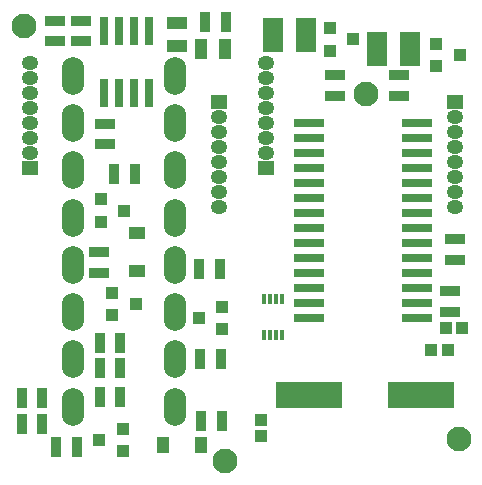
<source format=gbs>
%FSLAX24Y24*%
%MOIN*%
G70*
G01*
G75*
G04 Layer_Color=16711935*
%ADD10C,0.0098*%
%ADD11R,0.0299X0.0945*%
%ADD12R,0.0315X0.0354*%
%ADD13R,0.0354X0.0315*%
%ADD14R,0.0276X0.0394*%
%ADD15R,0.0236X0.0886*%
%ADD16R,0.0591X0.0295*%
%ADD17R,0.0295X0.0591*%
%ADD18R,0.0354X0.0315*%
%ADD19R,0.0492X0.0433*%
%ADD20R,0.0906X0.0906*%
%ADD21R,0.0197X0.0236*%
%ADD22R,0.0236X0.0197*%
%ADD23R,0.0394X0.0276*%
%ADD24R,0.0315X0.0630*%
%ADD25R,0.0846X0.0335*%
%ADD26C,0.0335*%
%ADD27R,0.0335X0.0846*%
%ADD28R,0.0886X0.0236*%
%ADD29C,0.0276*%
%ADD30C,0.0118*%
%ADD31C,0.0138*%
%ADD32C,0.0079*%
%ADD33C,0.0197*%
%ADD34O,0.0472X0.0394*%
%ADD35R,0.0472X0.0394*%
%ADD36O,0.0669X0.1181*%
%ADD37C,0.0380*%
%ADD38R,0.0630X0.0315*%
%ADD39R,0.0906X0.0236*%
%ADD40R,0.0630X0.1063*%
%ADD41R,0.0358X0.0480*%
%ADD42R,0.0480X0.0358*%
%ADD43R,0.0118X0.0295*%
%ADD44R,0.2165X0.0827*%
%ADD45C,0.0100*%
%ADD46C,0.0236*%
%ADD47C,0.0394*%
%ADD48C,0.0039*%
%ADD49C,0.0061*%
%ADD50R,0.0246X0.0433*%
%ADD51R,0.0433X0.0246*%
%ADD52R,0.0379X0.1025*%
%ADD53R,0.0395X0.0434*%
%ADD54R,0.0434X0.0395*%
%ADD55R,0.0356X0.0474*%
%ADD56R,0.0316X0.0966*%
%ADD57R,0.0671X0.0375*%
%ADD58R,0.0375X0.0671*%
%ADD59R,0.0434X0.0395*%
%ADD60R,0.0572X0.0513*%
%ADD61R,0.0986X0.0986*%
%ADD62R,0.0277X0.0316*%
%ADD63R,0.0316X0.0277*%
%ADD64R,0.0474X0.0356*%
%ADD65R,0.0395X0.0710*%
%ADD66R,0.0926X0.0415*%
%ADD67C,0.0415*%
%ADD68R,0.0415X0.0926*%
%ADD69R,0.0966X0.0316*%
%ADD70C,0.0827*%
%ADD71O,0.0552X0.0474*%
%ADD72R,0.0552X0.0474*%
%ADD73O,0.0749X0.1261*%
%ADD74R,0.0710X0.0395*%
%ADD75R,0.0986X0.0316*%
%ADD76R,0.0710X0.1143*%
%ADD77R,0.0438X0.0560*%
%ADD78R,0.0560X0.0438*%
%ADD79R,0.0150X0.0327*%
%ADD80R,0.2245X0.0907*%
D53*
X14173Y4252D02*
D03*
X14724D02*
D03*
X14646Y5000D02*
D03*
X15197D02*
D03*
D54*
X8504Y1378D02*
D03*
Y1929D02*
D03*
D56*
X3266Y12835D02*
D03*
Y14882D02*
D03*
X3766Y12835D02*
D03*
X4266D02*
D03*
X4766D02*
D03*
X3766Y14882D02*
D03*
X4266D02*
D03*
X4766D02*
D03*
D57*
X14803Y5522D02*
D03*
Y6211D02*
D03*
X14961Y7254D02*
D03*
Y7943D02*
D03*
X13110Y12726D02*
D03*
Y13415D02*
D03*
X10945Y12726D02*
D03*
Y13415D02*
D03*
X3307Y11112D02*
D03*
Y11801D02*
D03*
X3110Y6821D02*
D03*
Y7510D02*
D03*
X2480Y14537D02*
D03*
Y15226D02*
D03*
X1614Y14537D02*
D03*
Y15226D02*
D03*
D58*
X522Y1772D02*
D03*
X1211D02*
D03*
X522Y2638D02*
D03*
X1211D02*
D03*
X1663Y1024D02*
D03*
X2352D02*
D03*
X6427Y6969D02*
D03*
X7116D02*
D03*
X6506Y1890D02*
D03*
X7195D02*
D03*
X6467Y3937D02*
D03*
X7156D02*
D03*
X3120Y4488D02*
D03*
X3809D02*
D03*
X3120Y3661D02*
D03*
X3809D02*
D03*
X3593Y10118D02*
D03*
X4281D02*
D03*
X6624Y15197D02*
D03*
X7313D02*
D03*
X3120Y2677D02*
D03*
X3809D02*
D03*
D59*
X14331Y13720D02*
D03*
Y14468D02*
D03*
X15118Y14094D02*
D03*
X10787Y14232D02*
D03*
Y14980D02*
D03*
X11575Y14606D02*
D03*
X6417Y5315D02*
D03*
X7205Y4941D02*
D03*
Y5689D02*
D03*
X3110Y1260D02*
D03*
X3898Y886D02*
D03*
Y1634D02*
D03*
X3150Y8524D02*
D03*
Y9272D02*
D03*
X3937Y8898D02*
D03*
X3543Y5413D02*
D03*
Y6161D02*
D03*
X4331Y5787D02*
D03*
D65*
X6498Y14291D02*
D03*
X7285D02*
D03*
D70*
X7283Y551D02*
D03*
X591Y15039D02*
D03*
X15079Y1299D02*
D03*
X11978Y12776D02*
D03*
D71*
X7087Y9024D02*
D03*
X7087Y12024D02*
D03*
Y11524D02*
D03*
Y11024D02*
D03*
Y10524D02*
D03*
Y10024D02*
D03*
Y9524D02*
D03*
X787Y13810D02*
D03*
X787Y10811D02*
D03*
Y11311D02*
D03*
Y11811D02*
D03*
Y12311D02*
D03*
Y12811D02*
D03*
Y13311D02*
D03*
X14961Y9023D02*
D03*
Y9523D02*
D03*
X14961Y12024D02*
D03*
Y11524D02*
D03*
Y11024D02*
D03*
Y10524D02*
D03*
Y10024D02*
D03*
X8661Y13812D02*
D03*
Y13312D02*
D03*
X8661Y10811D02*
D03*
Y11311D02*
D03*
Y11811D02*
D03*
Y12311D02*
D03*
Y12811D02*
D03*
D72*
X7087Y12524D02*
D03*
X787Y10311D02*
D03*
X14961Y12524D02*
D03*
X8661Y10311D02*
D03*
D73*
X5630Y2362D02*
D03*
Y3937D02*
D03*
Y5512D02*
D03*
Y7087D02*
D03*
Y8661D02*
D03*
Y10236D02*
D03*
Y11811D02*
D03*
Y13386D02*
D03*
X2244Y2362D02*
D03*
Y3937D02*
D03*
Y7087D02*
D03*
Y5512D02*
D03*
Y8661D02*
D03*
Y10236D02*
D03*
Y11811D02*
D03*
Y13386D02*
D03*
D74*
X5709Y14370D02*
D03*
Y15157D02*
D03*
D75*
X10089Y6333D02*
D03*
Y6833D02*
D03*
Y5333D02*
D03*
Y5833D02*
D03*
Y8333D02*
D03*
Y7333D02*
D03*
Y7833D02*
D03*
Y9833D02*
D03*
Y8833D02*
D03*
Y9333D02*
D03*
Y11333D02*
D03*
Y10333D02*
D03*
Y10833D02*
D03*
Y11833D02*
D03*
X13691Y7833D02*
D03*
Y6333D02*
D03*
Y5333D02*
D03*
Y5833D02*
D03*
Y6833D02*
D03*
Y7333D02*
D03*
Y8333D02*
D03*
Y8833D02*
D03*
Y9333D02*
D03*
Y9833D02*
D03*
Y10333D02*
D03*
Y11833D02*
D03*
Y10833D02*
D03*
Y11333D02*
D03*
D76*
X12362Y14291D02*
D03*
X13465D02*
D03*
X8898Y14764D02*
D03*
X10000D02*
D03*
D77*
X5222Y1102D02*
D03*
X6510D02*
D03*
D78*
X4370Y6876D02*
D03*
Y8163D02*
D03*
D79*
X8602Y5965D02*
D03*
X8996Y4744D02*
D03*
X8602D02*
D03*
X8799D02*
D03*
X9193D02*
D03*
X8799Y5965D02*
D03*
X8996D02*
D03*
X9193D02*
D03*
D80*
X10098Y2756D02*
D03*
X13839D02*
D03*
M02*

</source>
